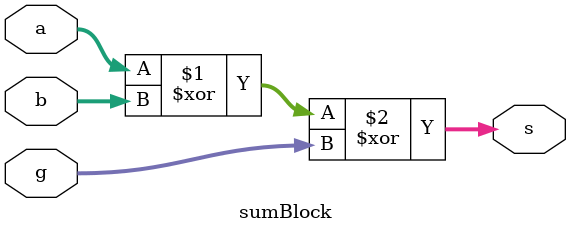
<source format=sv>
module prefixadder16bit(input logic [15:0] a, b,
								input logic cin,
								output logic [15:0] s,
								output logic cout);
	logic [14:0] p, g;
	logic [7:0] pij_0, gij_0, pij_1, gij_1, pij_2, gij_2, pij_3, gij_3;
	logic [15:0] gen;
	
	pgEveryBlock topString(a[14:0], b[14:0], p, g);
	
	pgBlackBlock string0(
			.pik({p[14], p[12], p[10], p[8], p[6], p[4], p[2], p[0]}),
			.pkj({p[13], p[11], p[9], p[7], p[5], p[3], p[1], 1'b0}),
			.gik({g[14], g[12], g[10], g[8], g[6], g[4], g[2], g[0]}),
			.gkj({g[13], g[11], g[9], g[7], g[5], g[3], g[1], cin}),
			.pij(pij_0),
			.gij(gij_0)
	);
	
	pgBlackBlock string1(
			.pik({pij_0[7], p[13], pij_0[5], p[9], pij_0[3], p[5], pij_0[1], p[1]}),
			.pkj({pij_0[6], pij_0[6], pij_0[4], pij_0[4], pij_0[2], pij_0[2], pij_0[0], pij_0[0]}),
			.gik({gij_0[7], g[13], gij_0[5], g[9], gij_0[3], g[5], gij_0[1], g[1]}),
			.gkj({gij_0[6], gij_0[6], gij_0[4], gij_0[4], gij_0[2], gij_0[2], gij_0[0], gij_0[0]}),
			.pij(pij_1),
			.gij(gij_1)
	);

	pgBlackBlock string2(
			.pik({pij_1[7], pij_1[6], pij_0[6], p[11], pij_1[3], pij_1[2], pij_0[2], p[3]}),
			.pkj({pij_1[5], pij_1[5], pij_1[5], pij_1[5], pij_1[1], pij_1[1], pij_1[1], pij_1[1]}),
			.gik({gij_1[7], gij_1[6], gij_0[6], g[11], gij_1[3], gij_1[2], gij_0[2], g[3]}),
			.gkj({gij_1[5], gij_1[5], gij_1[5], gij_1[5], gij_1[1], gij_1[1], gij_1[1], gij_1[1]}),
			.pij(pij_2),
			.gij(gij_2)
	);
	
	pgBlackBlock string3(
			.pik({pij_2[7], pij_2[6], pij_2[5], pij_2[4], pij_1[5], pij_1[4], pij_0[4], p[7]}),
			.pkj({pij_2[3], pij_2[3], pij_2[3], pij_2[3], pij_2[3], pij_2[3], pij_2[3], pij_2[3]}),
			.gik({gij_2[7], gij_2[6], gij_2[5], gij_2[4], gij_1[5], gij_1[4], gij_0[4], g[7]}),
			.gkj({gij_2[3], gij_2[3], gij_2[3], gij_2[3], gij_2[3], gij_2[3], gij_2[3], gij_2[3]}),
			.pij(pij_3),
			.gij(gij_3)
	);	
	
	assign gen = {gij_3, gij_2[3:0], gij_1[1:0], gij_0[0], cin};
	
	sumBlock sumString(
		.a(a),
		.b(b), 
		.g(gen),
		.s(s)
	);
	
	assign cout = (a[15] & b[15]) | ((a[15] | b[15]) & gen[15]);
	
endmodule

module pgEveryBlock(input logic [14:0] a, b,
					output logic [14:0] p, g);
	assign p = a | b;
	assign g = a & b;
endmodule

module pgBlackBlock(input logic [7:0] pik, gik, pkj, gkj,
						  output logic [7:0] pij, gij);
	assign pij = pik & pkj;
	assign gij = gik | (pik & gkj);
endmodule

module sumBlock(input logic [15:0] a, b, g,
					 output logic [15:0] s);
	assign s = a ^ b ^ g;
endmodule
</source>
